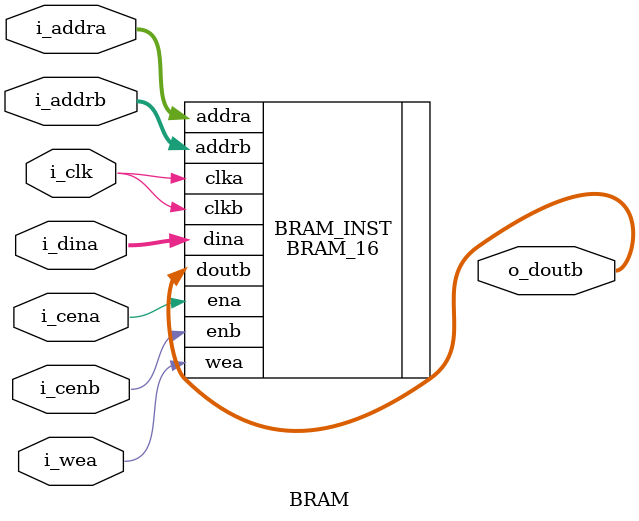
<source format=sv>
module BRAM (
    // Operation signals
    input  wire          i_clk,

    // Data signals A (Write Port)
    input  wire          i_cena,
    input  wire          i_wea,
    input  wire    [7:0] i_addra,
    input  wire [1027:0] i_dina,

    // Data signals B (Read Port)
    input  wire          i_cenb,
    input  wire    [7:0] i_addrb,
    output wire [1027:0] o_doutb
);

    // BRAM IP Instance
    BRAM_16 BRAM_INST (
        .clka (i_clk),
        .ena  (i_cena),
        .wea  (i_wea),
        .addra(i_addra),
        .dina (i_dina),

        .clkb (i_clk),
        .enb  (i_cenb),
        .addrb(i_addrb),
        .doutb(o_doutb)
    );
endmodule
</source>
